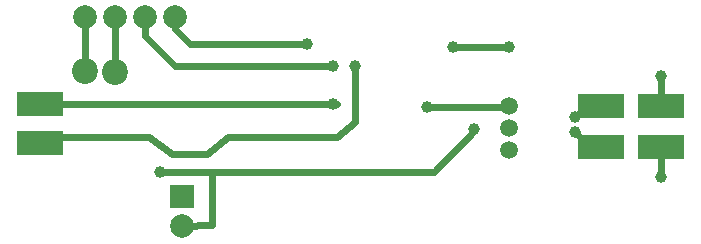
<source format=gbr>
%FSLAX34Y34*%
%MOMM*%
%LNSILK_TOP*%
G71*
G01*
%ADD10C, 2.20*%
%ADD11R, 4.00X2.00*%
%ADD12C, 1.50*%
%ADD13C, 1.00*%
%ADD14C, 0.60*%
%ADD15C, 2.00*%
%ADD16C, 2.00*%
%LPD*%
X57155Y107161D02*
G54D10*
D03*
X82555Y106368D02*
G54D10*
D03*
X19050Y79375D02*
G54D11*
D03*
X19050Y46275D02*
G54D11*
D03*
X415925Y76999D02*
G54D12*
D03*
X415925Y58742D02*
G54D12*
D03*
X415925Y39692D02*
G54D12*
D03*
X266705Y79375D02*
G54D13*
D03*
X368305Y127000D02*
G54D13*
D03*
X415930Y127000D02*
G54D13*
D03*
G54D14*
X368300Y127000D02*
X415925Y127000D01*
X346080Y76200D02*
G54D13*
D03*
G54D14*
X346075Y76200D02*
X412750Y76200D01*
G54D14*
X31750Y79375D02*
X269875Y79375D01*
X285755Y111125D02*
G54D13*
D03*
G54D14*
X34925Y50800D02*
X111125Y50800D01*
X130175Y36512D01*
X160338Y36512D01*
X177800Y50800D01*
X269875Y50800D01*
X285750Y63500D01*
X285750Y111125D01*
X57168Y152382D02*
G54D15*
D03*
X82568Y152382D02*
G54D15*
D03*
X107968Y152382D02*
G54D15*
D03*
X133368Y152382D02*
G54D15*
D03*
G54D14*
X57150Y152400D02*
X57150Y107950D01*
X53975Y104775D01*
G54D14*
X82550Y152400D02*
X82550Y107950D01*
X85725Y104775D01*
X244480Y130175D02*
G54D13*
D03*
X266705Y111125D02*
G54D13*
D03*
G54D14*
X133350Y152400D02*
X133350Y142875D01*
X146050Y130175D01*
X244475Y130175D01*
G54D14*
X107950Y152400D02*
X107950Y136525D01*
X133350Y111125D01*
X266700Y111125D01*
G36*
X148924Y-9224D02*
X128924Y-9224D01*
X128924Y10776D01*
X148924Y10776D01*
X148924Y-9224D01*
G37*
X138924Y-24624D02*
G54D16*
D03*
X493950Y77488D02*
G54D11*
D03*
X544750Y42562D02*
G54D11*
D03*
X493950Y42562D02*
G54D11*
D03*
X544750Y77488D02*
G54D11*
D03*
X544755Y17162D02*
G54D13*
D03*
G54D14*
X544750Y17162D02*
X544750Y39388D01*
X544755Y102888D02*
G54D13*
D03*
G54D14*
X544750Y102888D02*
X544750Y80662D01*
X471730Y67962D02*
G54D13*
D03*
X471730Y55262D02*
G54D13*
D03*
G54D14*
X481250Y45738D02*
X471725Y55262D01*
G54D14*
X471725Y67962D02*
X478075Y74312D01*
X120755Y21125D02*
G54D13*
D03*
G54D14*
X121588Y21588D02*
X129381Y21431D01*
X352144Y21350D01*
X385000Y55000D01*
X386549Y57712D02*
G54D13*
D03*
G54D14*
X138906Y-24606D02*
X164306Y-23812D01*
X164306Y21431D01*
M02*

</source>
